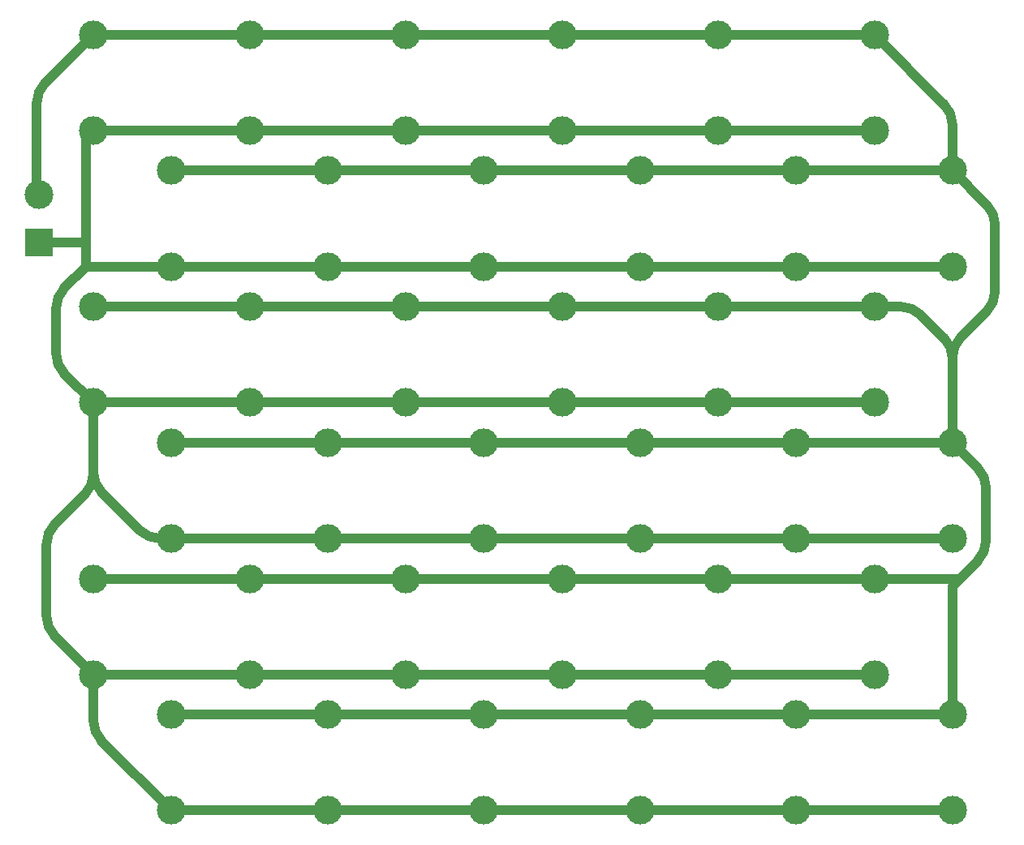
<source format=gbr>
%TF.GenerationSoftware,KiCad,Pcbnew,(7.0.0)*%
%TF.CreationDate,2023-03-09T18:18:53+01:00*%
%TF.ProjectId,ultrasonic array,756c7472-6173-46f6-9e69-632061727261,rev?*%
%TF.SameCoordinates,PX838a157PY7d6ad8a*%
%TF.FileFunction,Copper,L1,Top*%
%TF.FilePolarity,Positive*%
%FSLAX46Y46*%
G04 Gerber Fmt 4.6, Leading zero omitted, Abs format (unit mm)*
G04 Created by KiCad (PCBNEW (7.0.0)) date 2023-03-09 18:18:53*
%MOMM*%
%LPD*%
G01*
G04 APERTURE LIST*
%TA.AperFunction,ComponentPad*%
%ADD10C,3.000000*%
%TD*%
%TA.AperFunction,ComponentPad*%
%ADD11R,3.000000X3.000000*%
%TD*%
%TA.AperFunction,Conductor*%
%ADD12C,1.000000*%
%TD*%
G04 APERTURE END LIST*
D10*
%TO.P,LS24,1,1*%
%TO.N,/power1*%
X66620953Y28909642D03*
%TO.P,LS24,2,2*%
%TO.N,/power2*%
X66620953Y38909642D03*
%TD*%
%TO.P,LS9,1,1*%
%TO.N,/power1*%
X17720953Y57309642D03*
%TO.P,LS9,2,2*%
%TO.N,/power2*%
X17720953Y67309642D03*
%TD*%
%TO.P,LS29,1,1*%
%TO.N,/power1*%
X42170953Y14709642D03*
%TO.P,LS29,2,2*%
%TO.N,/power2*%
X42170953Y24709642D03*
%TD*%
%TO.P,LS26,1,1*%
%TO.N,/power1*%
X-6729047Y14709642D03*
%TO.P,LS26,2,2*%
%TO.N,/power2*%
X-6729047Y24709642D03*
%TD*%
%TO.P,LS20,1,1*%
%TO.N,/power1*%
X1420953Y28909642D03*
%TO.P,LS20,2,2*%
%TO.N,/power2*%
X1420953Y38909642D03*
%TD*%
%TO.P,LS12,1,1*%
%TO.N,/power1*%
X66620953Y57309642D03*
%TO.P,LS12,2,2*%
%TO.N,/power2*%
X66620953Y67309642D03*
%TD*%
%TO.P,LS1,1,1*%
%TO.N,/power1*%
X-23029047Y71509642D03*
%TO.P,LS1,2,2*%
%TO.N,/power2*%
X-23029047Y81509642D03*
%TD*%
%TO.P,LS2,1,1*%
%TO.N,/power1*%
X-6729047Y71509642D03*
%TO.P,LS2,2,2*%
%TO.N,/power2*%
X-6729047Y81509642D03*
%TD*%
%TO.P,LS13,1,1*%
%TO.N,/power1*%
X-23029047Y43109642D03*
%TO.P,LS13,2,2*%
%TO.N,/power2*%
X-23029047Y53109642D03*
%TD*%
%TO.P,LS5,1,1*%
%TO.N,/power1*%
X42170953Y71509642D03*
%TO.P,LS5,2,2*%
%TO.N,/power2*%
X42170953Y81509642D03*
%TD*%
%TO.P,LS35,1,1*%
%TO.N,/power1*%
X50320953Y509642D03*
%TO.P,LS35,2,2*%
%TO.N,/power2*%
X50320953Y10509642D03*
%TD*%
%TO.P,LS22,1,1*%
%TO.N,/power1*%
X34020953Y28909642D03*
%TO.P,LS22,2,2*%
%TO.N,/power2*%
X34020953Y38909642D03*
%TD*%
%TO.P,LS23,1,1*%
%TO.N,/power1*%
X50320953Y28909642D03*
%TO.P,LS23,2,2*%
%TO.N,/power2*%
X50320953Y38909642D03*
%TD*%
%TO.P,LS4,1,1*%
%TO.N,/power1*%
X25870953Y71509642D03*
%TO.P,LS4,2,2*%
%TO.N,/power2*%
X25870953Y81509642D03*
%TD*%
%TO.P,LS34,1,1*%
%TO.N,/power1*%
X34020953Y509642D03*
%TO.P,LS34,2,2*%
%TO.N,/power2*%
X34020953Y10509642D03*
%TD*%
%TO.P,LS21,1,1*%
%TO.N,/power1*%
X17720953Y28909642D03*
%TO.P,LS21,2,2*%
%TO.N,/power2*%
X17720953Y38909642D03*
%TD*%
%TO.P,LS18,1,1*%
%TO.N,/power1*%
X58470953Y43109642D03*
%TO.P,LS18,2,2*%
%TO.N,/power2*%
X58470953Y53109642D03*
%TD*%
%TO.P,LS11,1,1*%
%TO.N,/power1*%
X50320953Y57309642D03*
%TO.P,LS11,2,2*%
%TO.N,/power2*%
X50320953Y67309642D03*
%TD*%
%TO.P,LS28,1,1*%
%TO.N,/power1*%
X25870953Y14709642D03*
%TO.P,LS28,2,2*%
%TO.N,/power2*%
X25870953Y24709642D03*
%TD*%
%TO.P,LS10,1,1*%
%TO.N,/power1*%
X34020953Y57309642D03*
%TO.P,LS10,2,2*%
%TO.N,/power2*%
X34020953Y67309642D03*
%TD*%
%TO.P,LS31,1,1*%
%TO.N,/power1*%
X-14879047Y509642D03*
%TO.P,LS31,2,2*%
%TO.N,/power2*%
X-14879047Y10509642D03*
%TD*%
%TO.P,LS14,1,1*%
%TO.N,/power1*%
X-6729047Y43109642D03*
%TO.P,LS14,2,2*%
%TO.N,/power2*%
X-6729047Y53109642D03*
%TD*%
%TO.P,LS3,1,1*%
%TO.N,/power1*%
X9570953Y71509642D03*
%TO.P,LS3,2,2*%
%TO.N,/power2*%
X9570953Y81509642D03*
%TD*%
%TO.P,LS30,1,1*%
%TO.N,/power1*%
X58470953Y14709642D03*
%TO.P,LS30,2,2*%
%TO.N,/power2*%
X58470953Y24709642D03*
%TD*%
%TO.P,LS16,1,1*%
%TO.N,/power1*%
X25870953Y43109642D03*
%TO.P,LS16,2,2*%
%TO.N,/power2*%
X25870953Y53109642D03*
%TD*%
%TO.P,LS25,1,1*%
%TO.N,/power1*%
X-23029047Y14709642D03*
%TO.P,LS25,2,2*%
%TO.N,/power2*%
X-23029047Y24709642D03*
%TD*%
%TO.P,LS7,1,1*%
%TO.N,/power1*%
X-14879047Y57309642D03*
%TO.P,LS7,2,2*%
%TO.N,/power2*%
X-14879047Y67309642D03*
%TD*%
%TO.P,LS6,1,1*%
%TO.N,/power1*%
X58470953Y71509642D03*
%TO.P,LS6,2,2*%
%TO.N,/power2*%
X58470953Y81509642D03*
%TD*%
%TO.P,LS8,1,1*%
%TO.N,/power1*%
X1420953Y57309642D03*
%TO.P,LS8,2,2*%
%TO.N,/power2*%
X1420953Y67309642D03*
%TD*%
%TO.P,LS36,1,1*%
%TO.N,/power1*%
X66620953Y509642D03*
%TO.P,LS36,2,2*%
%TO.N,/power2*%
X66620953Y10509642D03*
%TD*%
%TO.P,LS33,1,1*%
%TO.N,/power1*%
X17720953Y509642D03*
%TO.P,LS33,2,2*%
%TO.N,/power2*%
X17720953Y10509642D03*
%TD*%
%TO.P,LS19,1,1*%
%TO.N,/power1*%
X-14879047Y28909642D03*
%TO.P,LS19,2,2*%
%TO.N,/power2*%
X-14879047Y38909642D03*
%TD*%
%TO.P,LS27,1,1*%
%TO.N,/power1*%
X9570953Y14709642D03*
%TO.P,LS27,2,2*%
%TO.N,/power2*%
X9570953Y24709642D03*
%TD*%
%TO.P,LS17,1,1*%
%TO.N,/power1*%
X42170953Y43109642D03*
%TO.P,LS17,2,2*%
%TO.N,/power2*%
X42170953Y53109642D03*
%TD*%
%TO.P,LS15,1,1*%
%TO.N,/power1*%
X9570953Y43109642D03*
%TO.P,LS15,2,2*%
%TO.N,/power2*%
X9570953Y53109642D03*
%TD*%
%TO.P,LS32,1,1*%
%TO.N,/power1*%
X1420953Y509642D03*
%TO.P,LS32,2,2*%
%TO.N,/power2*%
X1420953Y10509642D03*
%TD*%
D11*
%TO.P,J1,1,Pin_1*%
%TO.N,/power1*%
X-28719837Y59808107D03*
D10*
%TO.P,J1,2,Pin_2*%
%TO.N,/power2*%
X-28719838Y64808108D03*
%TD*%
D12*
%TO.N,/power1*%
X-23029047Y35652283D02*
X-23029047Y37059642D01*
X-28719838Y59808108D02*
X-23931875Y59808108D01*
X-22150367Y7780962D02*
X-14879047Y509642D01*
X-23029047Y71509642D02*
X58470953Y71509642D01*
X-23029047Y37059642D02*
X-23029047Y35852283D01*
X-23781228Y59657461D02*
X-23781228Y61361823D01*
X66620953Y57309642D02*
X-14879047Y57309642D01*
X-23029047Y43109642D02*
X-23029047Y37059642D01*
X-23781228Y57312075D02*
X-23781228Y59657461D01*
X-27929047Y20852283D02*
X-27929047Y28267001D01*
X-14879047Y57309642D02*
X-23778795Y57309642D01*
X-22150367Y33730962D02*
X-18207726Y29788321D01*
X-23781228Y62657461D02*
X-23781228Y70757461D01*
X-23778795Y57309642D02*
X-26050368Y55038069D01*
X-23778795Y57309642D02*
X-23781228Y57312075D01*
X-26050367Y46130962D02*
X-23029047Y43109642D01*
X-23029047Y14709642D02*
X-27050368Y18730963D01*
X-23029047Y14709642D02*
X-23029047Y9902283D01*
X-23029047Y14709642D02*
X58470953Y14709642D01*
X-23781228Y61361823D02*
X-23781228Y62657461D01*
X-23931875Y59808108D02*
X-23781228Y59657461D01*
X-14879047Y509642D02*
X66620953Y509642D01*
X-14879047Y28909642D02*
X66620953Y28909642D01*
X-23029047Y43109642D02*
X58470953Y43109642D01*
X-27050367Y30388322D02*
X-23907726Y33530963D01*
X-23781228Y70757461D02*
X-23029047Y71509642D01*
X-26929047Y52916749D02*
X-26929047Y48252283D01*
X-16086406Y28909642D02*
X-14879047Y28909642D01*
X-23029018Y9902283D02*
G75*
G03*
X-22150367Y7780962I2999971J-41D01*
G01*
X-26929018Y48252283D02*
G75*
G03*
X-26050367Y46130962I2999971J-41D01*
G01*
X-18207746Y29788301D02*
G75*
G03*
X-16086406Y28909642I2121299J2121341D01*
G01*
X-23907706Y33530943D02*
G75*
G03*
X-23029047Y35652283I-2121341J2121299D01*
G01*
X-27929018Y20852283D02*
G75*
G03*
X-27050368Y18730963I2999971J-41D01*
G01*
X-23029018Y35852283D02*
G75*
G03*
X-22150367Y33730962I2999971J-41D01*
G01*
X-27050387Y30388342D02*
G75*
G03*
X-27929047Y28267001I2121340J-2121300D01*
G01*
X-26050364Y55038065D02*
G75*
G03*
X-26929047Y52916749I2121317J-2121323D01*
G01*
%TO.N,/power2*%
X66620953Y47717001D02*
X66620953Y44959642D01*
X66620953Y10509642D02*
X-14879047Y10509642D01*
X67370701Y24709642D02*
X58470953Y24709642D01*
X66620953Y67309642D02*
X70192274Y63738321D01*
X-28929047Y65017317D02*
X-28719838Y64808108D01*
X58470953Y53109642D02*
X61228312Y53109642D01*
X-23029047Y81509642D02*
X58470953Y81509642D01*
X67370701Y24709642D02*
X66620953Y23959894D01*
X69242273Y26581214D02*
X67370701Y24709642D01*
X66620953Y38909642D02*
X69242274Y36288321D01*
X-14879047Y67309642D02*
X66620953Y67309642D01*
X-23029047Y53109642D02*
X58470953Y53109642D01*
X66620953Y44959642D02*
X66620953Y38909642D01*
X-23029047Y81509642D02*
X-28050368Y76488321D01*
X66620953Y38909642D02*
X-14879047Y38909642D01*
X58470953Y24709642D02*
X-23029047Y24709642D01*
X63349633Y52230962D02*
X65742274Y49838321D01*
X-28929047Y74367001D02*
X-28929047Y65017317D01*
X71070953Y61617001D02*
X71070953Y54752283D01*
X66620953Y72117001D02*
X66620953Y67309642D01*
X66620953Y47817001D02*
X66620953Y44959642D01*
X66620953Y23959894D02*
X66620953Y10509642D01*
X58470953Y81509642D02*
X65742274Y74238321D01*
X70120953Y34167001D02*
X70120953Y28702535D01*
X70192273Y52630962D02*
X67499632Y49938321D01*
X70120924Y34167001D02*
G75*
G03*
X69242274Y36288321I-2999971J41D01*
G01*
X70192293Y52630942D02*
G75*
G03*
X71070953Y54752283I-2121340J2121300D01*
G01*
X71070924Y61617001D02*
G75*
G03*
X70192274Y63738321I-2999971J41D01*
G01*
X66620924Y47717001D02*
G75*
G03*
X65742274Y49838321I-2999971J41D01*
G01*
X67499612Y49938341D02*
G75*
G03*
X66620953Y47817001I2121341J-2121299D01*
G01*
X-28050388Y76488341D02*
G75*
G03*
X-28929047Y74367001I2121341J-2121299D01*
G01*
X63349653Y52230982D02*
G75*
G03*
X61228312Y53109642I-2121300J-2121340D01*
G01*
X69242269Y26581218D02*
G75*
G03*
X70120953Y28702535I-2121316J2121324D01*
G01*
X66620924Y72117001D02*
G75*
G03*
X65742274Y74238321I-2999971J41D01*
G01*
%TD*%
M02*

</source>
